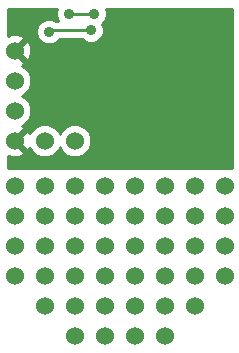
<source format=gbl>
G04 (created by PCBNEW (2013-07-07 BZR 4022)-stable) date 2/6/2015 4:46:30 PM*
%MOIN*%
G04 Gerber Fmt 3.4, Leading zero omitted, Abs format*
%FSLAX34Y34*%
G01*
G70*
G90*
G04 APERTURE LIST*
%ADD10C,0.00590551*%
%ADD11C,0.06*%
%ADD12C,0.035*%
%ADD13C,0.01*%
G04 APERTURE END LIST*
G54D10*
G54D11*
X84156Y-51928D03*
X85156Y-51928D03*
X86156Y-51928D03*
X87156Y-51928D03*
X88156Y-50928D03*
X87156Y-50928D03*
X85156Y-50928D03*
X86156Y-50928D03*
X83156Y-50928D03*
X84156Y-50928D03*
X88156Y-48928D03*
X89156Y-48928D03*
X85156Y-48928D03*
X84156Y-48928D03*
X86156Y-48928D03*
X87156Y-48928D03*
X83156Y-48928D03*
X82156Y-48928D03*
X82156Y-49928D03*
X83156Y-49928D03*
X87156Y-49928D03*
X86156Y-49928D03*
X84156Y-49928D03*
X85156Y-49928D03*
X88156Y-49928D03*
X89156Y-49928D03*
X88156Y-47928D03*
X89156Y-47928D03*
X85156Y-47928D03*
X84156Y-47928D03*
X86156Y-47928D03*
X87156Y-47928D03*
X83156Y-47928D03*
X82156Y-47928D03*
X87156Y-46928D03*
X86156Y-46928D03*
X84156Y-46928D03*
X85156Y-46928D03*
X88156Y-46928D03*
X82156Y-45428D03*
X82156Y-44428D03*
X82156Y-42428D03*
X82156Y-43428D03*
X84156Y-45428D03*
X82156Y-46928D03*
X83156Y-46928D03*
X89156Y-46928D03*
X83156Y-45428D03*
G54D12*
X86700Y-42400D03*
X88000Y-44500D03*
X88500Y-44500D03*
X88500Y-45000D03*
X88000Y-45000D03*
X84800Y-41200D03*
X83950Y-41200D03*
X84700Y-41750D03*
X83300Y-41800D03*
G54D13*
X86700Y-42400D02*
X85900Y-42400D01*
X87800Y-43600D02*
X87800Y-44300D01*
X87800Y-44300D02*
X88000Y-44500D01*
X88500Y-44500D02*
X88500Y-45000D01*
X88500Y-45000D02*
X88000Y-45000D01*
X88000Y-44500D02*
X88500Y-44500D01*
X83950Y-41200D02*
X84800Y-41200D01*
X83350Y-41750D02*
X84700Y-41750D01*
X83300Y-41800D02*
X83350Y-41750D01*
G54D10*
G36*
X89395Y-46350D02*
X84706Y-46350D01*
X84706Y-45319D01*
X84622Y-45117D01*
X84468Y-44962D01*
X84265Y-44878D01*
X84047Y-44878D01*
X83844Y-44961D01*
X83690Y-45116D01*
X83656Y-45198D01*
X83622Y-45117D01*
X83468Y-44962D01*
X83265Y-44878D01*
X83047Y-44878D01*
X82844Y-44961D01*
X82710Y-45095D01*
X82710Y-42510D01*
X82699Y-42291D01*
X82637Y-42140D01*
X82541Y-42113D01*
X82226Y-42428D01*
X82541Y-42743D01*
X82637Y-42716D01*
X82710Y-42510D01*
X82710Y-45095D01*
X82690Y-45116D01*
X82658Y-45192D01*
X82637Y-45140D01*
X82541Y-45113D01*
X82226Y-45428D01*
X82541Y-45743D01*
X82637Y-45716D01*
X82657Y-45661D01*
X82689Y-45739D01*
X82844Y-45894D01*
X83046Y-45978D01*
X83264Y-45978D01*
X83467Y-45895D01*
X83622Y-45740D01*
X83656Y-45658D01*
X83689Y-45739D01*
X83844Y-45894D01*
X84046Y-45978D01*
X84264Y-45978D01*
X84467Y-45895D01*
X84622Y-45740D01*
X84705Y-45538D01*
X84706Y-45319D01*
X84706Y-46350D01*
X81919Y-46350D01*
X81919Y-45927D01*
X82074Y-45983D01*
X82292Y-45972D01*
X82443Y-45909D01*
X82471Y-45814D01*
X82156Y-45499D01*
X82150Y-45504D01*
X82079Y-45434D01*
X82085Y-45428D01*
X82079Y-45422D01*
X82150Y-45352D01*
X82156Y-45357D01*
X82471Y-45042D01*
X82443Y-44947D01*
X82388Y-44927D01*
X82467Y-44895D01*
X82622Y-44740D01*
X82705Y-44538D01*
X82706Y-44319D01*
X82622Y-44117D01*
X82468Y-43962D01*
X82386Y-43928D01*
X82467Y-43895D01*
X82622Y-43740D01*
X82705Y-43538D01*
X82706Y-43319D01*
X82622Y-43117D01*
X82468Y-42962D01*
X82392Y-42931D01*
X82443Y-42909D01*
X82471Y-42814D01*
X82156Y-42499D01*
X82150Y-42504D01*
X82079Y-42434D01*
X82085Y-42428D01*
X82079Y-42422D01*
X82150Y-42352D01*
X82156Y-42357D01*
X82471Y-42042D01*
X82443Y-41947D01*
X82237Y-41873D01*
X82019Y-41884D01*
X81919Y-41926D01*
X81919Y-41050D01*
X83552Y-41050D01*
X83525Y-41115D01*
X83524Y-41284D01*
X83589Y-41440D01*
X83599Y-41450D01*
X83551Y-41450D01*
X83541Y-41439D01*
X83384Y-41375D01*
X83215Y-41374D01*
X83059Y-41439D01*
X82939Y-41558D01*
X82875Y-41715D01*
X82874Y-41884D01*
X82939Y-42040D01*
X83058Y-42160D01*
X83215Y-42224D01*
X83384Y-42225D01*
X83540Y-42160D01*
X83651Y-42050D01*
X84398Y-42050D01*
X84458Y-42110D01*
X84615Y-42174D01*
X84784Y-42175D01*
X84940Y-42110D01*
X85060Y-41991D01*
X85124Y-41834D01*
X85125Y-41665D01*
X85069Y-41531D01*
X85160Y-41441D01*
X85224Y-41284D01*
X85225Y-41115D01*
X85197Y-41050D01*
X89395Y-41050D01*
X89395Y-46350D01*
X89395Y-46350D01*
G37*
G54D13*
X89395Y-46350D02*
X84706Y-46350D01*
X84706Y-45319D01*
X84622Y-45117D01*
X84468Y-44962D01*
X84265Y-44878D01*
X84047Y-44878D01*
X83844Y-44961D01*
X83690Y-45116D01*
X83656Y-45198D01*
X83622Y-45117D01*
X83468Y-44962D01*
X83265Y-44878D01*
X83047Y-44878D01*
X82844Y-44961D01*
X82710Y-45095D01*
X82710Y-42510D01*
X82699Y-42291D01*
X82637Y-42140D01*
X82541Y-42113D01*
X82226Y-42428D01*
X82541Y-42743D01*
X82637Y-42716D01*
X82710Y-42510D01*
X82710Y-45095D01*
X82690Y-45116D01*
X82658Y-45192D01*
X82637Y-45140D01*
X82541Y-45113D01*
X82226Y-45428D01*
X82541Y-45743D01*
X82637Y-45716D01*
X82657Y-45661D01*
X82689Y-45739D01*
X82844Y-45894D01*
X83046Y-45978D01*
X83264Y-45978D01*
X83467Y-45895D01*
X83622Y-45740D01*
X83656Y-45658D01*
X83689Y-45739D01*
X83844Y-45894D01*
X84046Y-45978D01*
X84264Y-45978D01*
X84467Y-45895D01*
X84622Y-45740D01*
X84705Y-45538D01*
X84706Y-45319D01*
X84706Y-46350D01*
X81919Y-46350D01*
X81919Y-45927D01*
X82074Y-45983D01*
X82292Y-45972D01*
X82443Y-45909D01*
X82471Y-45814D01*
X82156Y-45499D01*
X82150Y-45504D01*
X82079Y-45434D01*
X82085Y-45428D01*
X82079Y-45422D01*
X82150Y-45352D01*
X82156Y-45357D01*
X82471Y-45042D01*
X82443Y-44947D01*
X82388Y-44927D01*
X82467Y-44895D01*
X82622Y-44740D01*
X82705Y-44538D01*
X82706Y-44319D01*
X82622Y-44117D01*
X82468Y-43962D01*
X82386Y-43928D01*
X82467Y-43895D01*
X82622Y-43740D01*
X82705Y-43538D01*
X82706Y-43319D01*
X82622Y-43117D01*
X82468Y-42962D01*
X82392Y-42931D01*
X82443Y-42909D01*
X82471Y-42814D01*
X82156Y-42499D01*
X82150Y-42504D01*
X82079Y-42434D01*
X82085Y-42428D01*
X82079Y-42422D01*
X82150Y-42352D01*
X82156Y-42357D01*
X82471Y-42042D01*
X82443Y-41947D01*
X82237Y-41873D01*
X82019Y-41884D01*
X81919Y-41926D01*
X81919Y-41050D01*
X83552Y-41050D01*
X83525Y-41115D01*
X83524Y-41284D01*
X83589Y-41440D01*
X83599Y-41450D01*
X83551Y-41450D01*
X83541Y-41439D01*
X83384Y-41375D01*
X83215Y-41374D01*
X83059Y-41439D01*
X82939Y-41558D01*
X82875Y-41715D01*
X82874Y-41884D01*
X82939Y-42040D01*
X83058Y-42160D01*
X83215Y-42224D01*
X83384Y-42225D01*
X83540Y-42160D01*
X83651Y-42050D01*
X84398Y-42050D01*
X84458Y-42110D01*
X84615Y-42174D01*
X84784Y-42175D01*
X84940Y-42110D01*
X85060Y-41991D01*
X85124Y-41834D01*
X85125Y-41665D01*
X85069Y-41531D01*
X85160Y-41441D01*
X85224Y-41284D01*
X85225Y-41115D01*
X85197Y-41050D01*
X89395Y-41050D01*
X89395Y-46350D01*
M02*

</source>
